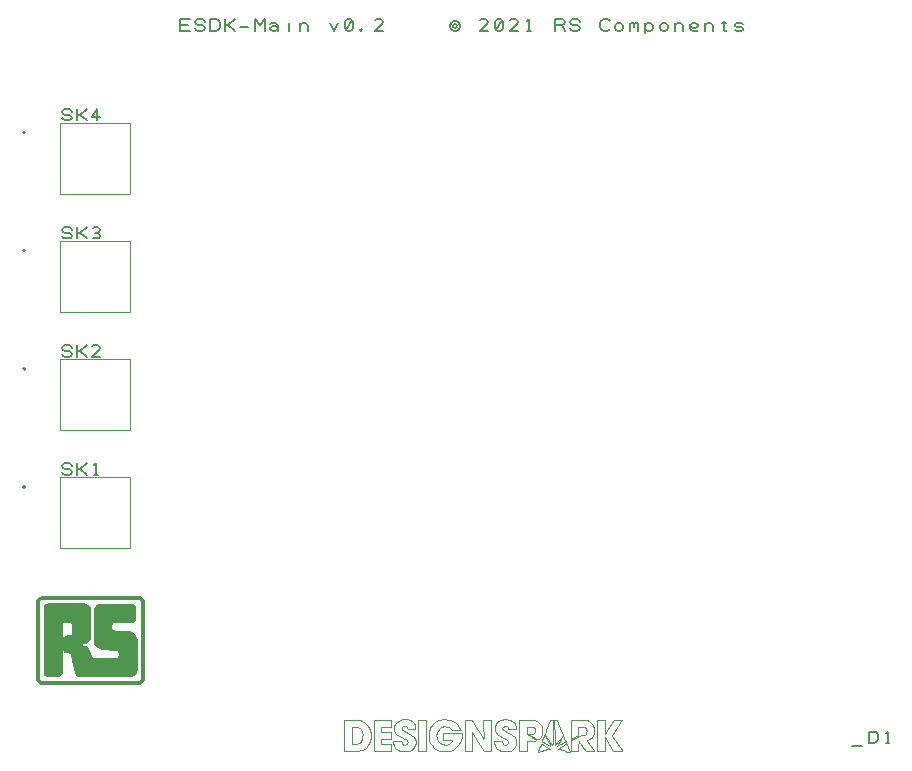
<source format=gbr>
G04 DesignSpark PCB PRO Gerber Version 10.0 Build 5299*
G04 #@! TF.Part,Single*
G04 #@! TF.FileFunction,Legend,Top*
G04 #@! TF.FilePolarity,Positive*
%FSLAX35Y35*%
%MOIN*%
%ADD109C,0.00300*%
%ADD107C,0.00394*%
%ADD106C,0.00500*%
%ADD108C,0.00787*%
%ADD110C,0.00800*%
G04 #@! TD.AperFunction*
X0Y0D02*
D02*
D106*
X21779Y33585D02*
Y55274D01*
X21854Y55818D01*
X22083Y56211D01*
X22474Y56449D01*
X23034Y56529D01*
X34722D01*
X35667Y56346D01*
X36369Y55857D01*
X36806Y55156D01*
X36957Y54333D01*
Y45744D01*
X36805Y44927D01*
X36389Y44268D01*
X35766Y43807D01*
X34996Y43586D01*
X34330Y43439D01*
X34180Y43278D01*
X34133Y42998D01*
X34176Y42780D01*
X34324Y42635D01*
X35074Y42449D01*
X35468Y42352D01*
X35810Y42140D01*
X36251Y41508D01*
X37114Y39194D01*
X37452Y38581D01*
X37815Y38372D01*
X38408Y38292D01*
X45468D01*
X46040Y38370D01*
X46458Y38596D01*
X46714Y38954D01*
X46802Y39429D01*
Y40292D01*
X46738Y40735D01*
X46527Y41101D01*
X46139Y41356D01*
X45546Y41469D01*
X41271Y41665D01*
X40168Y41950D01*
X39271Y42532D01*
X38668Y43358D01*
X38448Y44371D01*
Y53941D01*
X38610Y54993D01*
X39070Y55740D01*
X39788Y56185D01*
X40722Y56333D01*
X50763D01*
X51362Y56254D01*
X51763Y56019D01*
X51987Y55638D01*
X52057Y55117D01*
Y51901D01*
X51980Y51335D01*
X51738Y50930D01*
X51312Y50688D01*
X50684Y50607D01*
X45233D01*
X44701Y50519D01*
X44335Y50283D01*
X44124Y49945D01*
X44056Y49548D01*
Y48450D01*
X44150Y48048D01*
X44429Y47734D01*
X44883Y47523D01*
X45507Y47430D01*
X50017Y47156D01*
X50976Y46888D01*
X51748Y46278D01*
X52262Y45440D01*
X52449Y44489D01*
Y34644D01*
X52393Y34138D01*
X52237Y33707D01*
X51689Y33061D01*
X50943Y32686D01*
X50135Y32565D01*
X33976D01*
X33417Y32605D01*
X32971Y32761D01*
X32636Y33095D01*
X32407Y33664D01*
X30996Y39429D01*
X30839Y39898D01*
X30598Y40243D01*
X30174Y40455D01*
X29466Y40527D01*
X28978Y40594D01*
X28593Y40802D01*
X28341Y41156D01*
X28250Y41665D01*
Y44685D01*
X28326Y45193D01*
X28559Y45547D01*
X28962Y45755D01*
X29544Y45822D01*
X30329D01*
X30809Y45930D01*
X31138Y46219D01*
X31327Y46633D01*
X31388Y47116D01*
Y49587D01*
X31303Y50057D01*
X31059Y50401D01*
X30676Y50613D01*
X30172Y50685D01*
X27505D01*
Y33703D01*
X27386Y33161D01*
X27083Y32811D01*
X26678Y32622D01*
X26250Y32565D01*
X22994D01*
X22457Y32637D01*
X22078Y32840D01*
X21853Y33161D01*
X21779Y33585D01*
G36*
X21779Y33585D02*
Y55274D01*
X21854Y55818D01*
X22083Y56211D01*
X22474Y56449D01*
X23034Y56529D01*
X34722D01*
X35667Y56346D01*
X36369Y55857D01*
X36806Y55156D01*
X36957Y54333D01*
Y45744D01*
X36805Y44927D01*
X36389Y44268D01*
X35766Y43807D01*
X34996Y43586D01*
X34330Y43439D01*
X34180Y43278D01*
X34133Y42998D01*
X34176Y42780D01*
X34324Y42635D01*
X35074Y42449D01*
X35468Y42352D01*
X35810Y42140D01*
X36251Y41508D01*
X37114Y39194D01*
X37452Y38581D01*
X37815Y38372D01*
X38408Y38292D01*
X45468D01*
X46040Y38370D01*
X46458Y38596D01*
X46714Y38954D01*
X46802Y39429D01*
Y40292D01*
X46738Y40735D01*
X46527Y41101D01*
X46139Y41356D01*
X45546Y41469D01*
X41271Y41665D01*
X40168Y41950D01*
X39271Y42532D01*
X38668Y43358D01*
X38448Y44371D01*
Y53941D01*
X38610Y54993D01*
X39070Y55740D01*
X39788Y56185D01*
X40722Y56333D01*
X50763D01*
X51362Y56254D01*
X51763Y56019D01*
X51987Y55638D01*
X52057Y55117D01*
Y51901D01*
X51980Y51335D01*
X51738Y50930D01*
X51312Y50688D01*
X50684Y50607D01*
X45233D01*
X44701Y50519D01*
X44335Y50283D01*
X44124Y49945D01*
X44056Y49548D01*
Y48450D01*
X44150Y48048D01*
X44429Y47734D01*
X44883Y47523D01*
X45507Y47430D01*
X50017Y47156D01*
X50976Y46888D01*
X51748Y46278D01*
X52262Y45440D01*
X52449Y44489D01*
Y34644D01*
X52393Y34138D01*
X52237Y33707D01*
X51689Y33061D01*
X50943Y32686D01*
X50135Y32565D01*
X33976D01*
X33417Y32605D01*
X32971Y32761D01*
X32636Y33095D01*
X32407Y33664D01*
X30996Y39429D01*
X30839Y39898D01*
X30598Y40243D01*
X30174Y40455D01*
X29466Y40527D01*
X28978Y40594D01*
X28593Y40802D01*
X28341Y41156D01*
X28250Y41665D01*
Y44685D01*
X28326Y45193D01*
X28559Y45547D01*
X28962Y45755D01*
X29544Y45822D01*
X30329D01*
X30809Y45930D01*
X31138Y46219D01*
X31327Y46633D01*
X31388Y47116D01*
Y49587D01*
X31303Y50057D01*
X31059Y50401D01*
X30676Y50613D01*
X30172Y50685D01*
X27505D01*
Y33703D01*
X27386Y33161D01*
X27083Y32811D01*
X26678Y32622D01*
X26250Y32565D01*
X22994D01*
X22457Y32637D01*
X22078Y32840D01*
X21853Y33161D01*
X21779Y33585D01*
G37*
X27665Y100694D02*
X27978Y100069D01*
X28603Y99756D01*
X29853D01*
X30478Y100069D01*
X30791Y100694D01*
X30478Y101319D01*
X29853Y101631D01*
X28603D01*
X27978Y101944D01*
X27665Y102569D01*
X27978Y103194D01*
X28603Y103506D01*
X29853D01*
X30478Y103194D01*
X30791Y102569D01*
X32665Y99756D02*
Y103506D01*
Y101631D02*
X33603D01*
X35791Y103506D01*
X33603Y101631D02*
X35791Y99756D01*
X38291D02*
X39541D01*
X38915D02*
Y103506D01*
X38291Y102881D01*
X27665Y140064D02*
X27978Y139439D01*
X28603Y139126D01*
X29853D01*
X30478Y139439D01*
X30791Y140064D01*
X30478Y140689D01*
X29853Y141002D01*
X28603D01*
X27978Y141314D01*
X27665Y141939D01*
X27978Y142564D01*
X28603Y142876D01*
X29853D01*
X30478Y142564D01*
X30791Y141939D01*
X32665Y139126D02*
Y142876D01*
Y141002D02*
X33603D01*
X35791Y142876D01*
X33603Y141002D02*
X35791Y139126D01*
X40165D02*
X37665D01*
X39853Y141314D01*
X40165Y141939D01*
X39853Y142564D01*
X39228Y142876D01*
X38291D01*
X37665Y142564D01*
X27665Y179434D02*
X27978Y178809D01*
X28603Y178496D01*
X29853D01*
X30478Y178809D01*
X30791Y179434D01*
X30478Y180059D01*
X29853Y180372D01*
X28603D01*
X27978Y180684D01*
X27665Y181309D01*
X27978Y181934D01*
X28603Y182246D01*
X29853D01*
X30478Y181934D01*
X30791Y181309D01*
X32665Y178496D02*
Y182246D01*
Y180372D02*
X33603D01*
X35791Y182246D01*
X33603Y180372D02*
X35791Y178496D01*
X37978Y178809D02*
X38603Y178496D01*
X39228D01*
X39853Y178809D01*
X40165Y179434D01*
X39853Y180059D01*
X39228Y180372D01*
X38603D01*
X39228D02*
X39853Y180684D01*
X40165Y181309D01*
X39853Y181934D01*
X39228Y182246D01*
X38603D01*
X37978Y181934D01*
X27665Y218804D02*
X27978Y218179D01*
X28603Y217867D01*
X29853D01*
X30478Y218179D01*
X30791Y218804D01*
X30478Y219429D01*
X29853Y219742D01*
X28603D01*
X27978Y220054D01*
X27665Y220679D01*
X27978Y221304D01*
X28603Y221617D01*
X29853D01*
X30478Y221304D01*
X30791Y220679D01*
X32665Y217867D02*
Y221617D01*
Y219742D02*
X33603D01*
X35791Y221617D01*
X33603Y219742D02*
X35791Y217867D01*
X39228D02*
Y221617D01*
X37665Y219117D01*
X40165D01*
X67035Y247788D02*
Y251538D01*
X70161D01*
X69535Y249663D02*
X67035D01*
Y247788D02*
X70161D01*
X72035Y248726D02*
X72348Y248100D01*
X72973Y247788D01*
X74223D01*
X74848Y248100D01*
X75161Y248726D01*
X74848Y249350D01*
X74223Y249663D01*
X72973D01*
X72348Y249976D01*
X72035Y250600D01*
X72348Y251226D01*
X72973Y251538D01*
X74223D01*
X74848Y251226D01*
X75161Y250600D01*
X77035Y247788D02*
Y251538D01*
X78911D01*
X79535Y251226D01*
X79848Y250913D01*
X80161Y250288D01*
Y249038D01*
X79848Y248413D01*
X79535Y248100D01*
X78911Y247788D01*
X77035D01*
X82035D02*
Y251538D01*
Y249663D02*
X82973D01*
X85161Y251538D01*
X82973Y249663D02*
X85161Y247788D01*
X87035Y249038D02*
X89535D01*
X92035Y247788D02*
Y251538D01*
X93598Y249663D01*
X95161Y251538D01*
Y247788D01*
X97035Y249976D02*
X97661Y250288D01*
X98598D01*
X99223Y249976D01*
X99535Y249350D01*
Y248413D01*
X99223Y248100D01*
X98598Y247788D01*
X97973D01*
X97348Y248100D01*
X97035Y248413D01*
Y248726D01*
X97348Y249038D01*
X97973Y249350D01*
X98598D01*
X99223Y249038D01*
X99535Y248726D01*
Y248413D02*
Y247788D01*
X103285D02*
Y250288D01*
Y251226D02*
X107035Y247788D02*
Y250288D01*
Y249350D02*
X107348Y249976D01*
X107973Y250288D01*
X108598D01*
X109223Y249976D01*
X109535Y249350D01*
Y247788D01*
X117035Y250288D02*
X118285Y247788D01*
X119535Y250288D01*
X122348Y248100D02*
X122973Y247788D01*
X123598D01*
X124223Y248100D01*
X124535Y248726D01*
Y250600D01*
X124223Y251226D01*
X123598Y251538D01*
X122973D01*
X122348Y251226D01*
X122035Y250600D01*
Y248726D01*
X122348Y248100D01*
X124223Y251226D01*
X127348Y247788D02*
X127661Y248100D01*
X127348Y248413D01*
X127035Y248100D01*
X127348Y247788D01*
X134535D02*
X132035D01*
X134223Y249976D01*
X134535Y250600D01*
X134223Y251226D01*
X133598Y251538D01*
X132661D01*
X132035Y251226D01*
X157035Y249038D02*
Y249350D01*
X157348Y250288D01*
X157661Y250600D01*
X158285Y250913D01*
X158911D01*
X159535Y250600D01*
X159848Y250288D01*
X160161Y249350D01*
Y249038D01*
X159848Y248413D01*
X159535Y248100D01*
X158911Y247788D01*
X158285D01*
X157661Y248100D01*
X157348Y248413D01*
X157035Y249038D01*
X159223D02*
X158598Y248726D01*
X157973Y249038D01*
Y249663D01*
X158598Y249976D01*
X159223Y249663D01*
X169535Y247788D02*
X167035D01*
X169223Y249976D01*
X169535Y250600D01*
X169223Y251226D01*
X168598Y251538D01*
X167661D01*
X167035Y251226D01*
X172348Y248100D02*
X172973Y247788D01*
X173598D01*
X174223Y248100D01*
X174535Y248726D01*
Y250600D01*
X174223Y251226D01*
X173598Y251538D01*
X172973D01*
X172348Y251226D01*
X172035Y250600D01*
Y248726D01*
X172348Y248100D01*
X174223Y251226D01*
X179535Y247788D02*
X177035D01*
X179223Y249976D01*
X179535Y250600D01*
X179223Y251226D01*
X178598Y251538D01*
X177661D01*
X177035Y251226D01*
X182661Y247788D02*
X183911D01*
X183285D02*
Y251538D01*
X182661Y250913D01*
X192035Y247788D02*
Y251538D01*
X194223D01*
X194848Y251226D01*
X195161Y250600D01*
X194848Y249976D01*
X194223Y249663D01*
X192035D01*
X194223D02*
X195161Y247788D01*
X197035Y248726D02*
X197348Y248100D01*
X197973Y247788D01*
X199223D01*
X199848Y248100D01*
X200161Y248726D01*
X199848Y249350D01*
X199223Y249663D01*
X197973D01*
X197348Y249976D01*
X197035Y250600D01*
X197348Y251226D01*
X197973Y251538D01*
X199223D01*
X199848Y251226D01*
X200161Y250600D01*
X210161Y248413D02*
X209848Y248100D01*
X209223Y247788D01*
X208285D01*
X207661Y248100D01*
X207348Y248413D01*
X207035Y249038D01*
Y250288D01*
X207348Y250913D01*
X207661Y251226D01*
X208285Y251538D01*
X209223D01*
X209848Y251226D01*
X210161Y250913D01*
X212035Y248726D02*
X212348Y248100D01*
X212973Y247788D01*
X213598D01*
X214223Y248100D01*
X214535Y248726D01*
Y249350D01*
X214223Y249976D01*
X213598Y250288D01*
X212973D01*
X212348Y249976D01*
X212035Y249350D01*
Y248726D01*
X217035Y247788D02*
Y250288D01*
Y249976D02*
X217348Y250288D01*
X217973D01*
X218285Y249976D01*
Y249038D01*
Y249976D02*
X218598Y250288D01*
X219223D01*
X219535Y249976D01*
Y247788D01*
X222035Y250288D02*
Y246850D01*
Y248726D02*
X222348Y248100D01*
X222973Y247788D01*
X223598D01*
X224223Y248100D01*
X224535Y248726D01*
Y249350D01*
X224223Y249976D01*
X223598Y250288D01*
X222973D01*
X222348Y249976D01*
X222035Y249350D01*
Y248726D01*
X227035D02*
X227348Y248100D01*
X227973Y247788D01*
X228598D01*
X229223Y248100D01*
X229535Y248726D01*
Y249350D01*
X229223Y249976D01*
X228598Y250288D01*
X227973D01*
X227348Y249976D01*
X227035Y249350D01*
Y248726D01*
X232035Y247788D02*
Y250288D01*
Y249350D02*
X232348Y249976D01*
X232973Y250288D01*
X233598D01*
X234223Y249976D01*
X234535Y249350D01*
Y247788D01*
X239535Y248100D02*
X239223Y247788D01*
X238598D01*
X237973D01*
X237348Y248100D01*
X237035Y248726D01*
Y249663D01*
X237348Y249976D01*
X237973Y250288D01*
X238598D01*
X239223Y249976D01*
X239535Y249663D01*
Y249350D01*
X239223Y249038D01*
X238598Y248726D01*
X237973D01*
X237348Y249038D01*
X237035Y249350D01*
X242035Y247788D02*
Y250288D01*
Y249350D02*
X242348Y249976D01*
X242973Y250288D01*
X243598D01*
X244223Y249976D01*
X244535Y249350D01*
Y247788D01*
X247556Y250288D02*
X249015D01*
X248285Y250913D02*
Y248100D01*
X248598Y247788D01*
X248911D01*
X249223Y248100D01*
X252035D02*
X252661Y247788D01*
X253911D01*
X254535Y248100D01*
Y248726D01*
X253911Y249038D01*
X252661D01*
X252035Y249350D01*
Y249976D01*
X252661Y250288D01*
X253911D01*
X254535Y249976D01*
X296563Y10387D02*
Y14137D01*
X298438D01*
X299063Y13824D01*
X299375Y13512D01*
X299688Y12887D01*
Y11637D01*
X299375Y11012D01*
X299063Y10699D01*
X298438Y10387D01*
X296563D01*
X302188D02*
X303438D01*
X302813D02*
Y14137D01*
X302188Y13512D01*
D02*
D107*
X26780Y98819D02*
Y75197D01*
X50402D01*
Y98819D01*
X26780D01*
Y138189D02*
Y114567D01*
X50402D01*
Y138189D01*
X26780D01*
Y177559D02*
Y153937D01*
X50402D01*
Y177559D01*
X26780D01*
Y216929D02*
Y193307D01*
X50402D01*
Y216929D01*
X26780D01*
D02*
D108*
X14969Y95276D02*
G75*
G03*
Y96063I0J394D01*
G01*
Y95276D02*
G75*
G02*
Y96063I0J394D01*
G01*
Y134646D02*
G75*
G03*
Y135433I0J394D01*
G01*
Y134646D02*
G75*
G02*
Y135433I0J394D01*
G01*
Y174016D02*
G75*
G03*
Y174803I0J394D01*
G01*
Y174016D02*
G75*
G02*
Y174803I0J394D01*
G01*
Y213386D02*
G75*
G03*
Y214173I0J394D01*
G01*
Y213386D02*
G75*
G02*
Y214173I0J394D01*
G01*
X294397Y9252D02*
X290854D01*
D02*
D109*
X121447Y7668D02*
Y18093D01*
X124100Y18051D01*
X124456Y18045D01*
X125528Y18022D01*
X126413Y17978D01*
X126959Y17904D01*
X127269Y17817D01*
X127371Y17780D01*
X127723Y17649D01*
X128705Y17041D01*
X129672Y15954D01*
X130263Y14543D01*
X130463Y13254D01*
Y12404D01*
X130281Y11140D01*
X129732Y9785D01*
X128804Y8742D01*
X127835Y8135D01*
X127488Y7997D01*
X127387Y7957D01*
X127074Y7859D01*
X126543Y7779D01*
X125651Y7736D01*
X124528Y7713D01*
X124154Y7707D01*
X121447Y7668D01*
X126094Y10102D02*
X126277Y10152D01*
X126794Y10415D01*
X127301Y10921D01*
X127623Y11633D01*
X127754Y12328D01*
X127767Y12561D01*
X127786Y12915D01*
X127652Y13985D01*
X127123Y14988D01*
X126167Y15582D01*
X125125Y15777D01*
X124181D01*
Y9981D01*
X124920Y9982D01*
X125082D01*
X125569Y10019D01*
X126034Y10086D01*
X126094Y10102D01*
X131508Y7685D02*
Y18074D01*
X137304D01*
Y15783D01*
X135692Y15753D01*
X134079Y15722D01*
X134046Y14930D01*
X134014Y14137D01*
X137195D01*
Y11731D01*
X134015D01*
X134046Y10883D01*
X134079Y10036D01*
X135692Y10006D01*
X137304Y9975D01*
Y7685D01*
X131508D01*
X140556Y7578D02*
X140293Y7644D01*
X139551Y8013D01*
X138765Y8715D01*
X138252Y9621D01*
X138070Y10399D01*
Y11075D01*
X139559D01*
X140112Y11070D01*
X140509Y11042D01*
X140683Y10968D01*
X140739Y10865D01*
X140750Y10829D01*
X140793Y10674D01*
X141017Y10141D01*
X141303Y9843D01*
X141379Y9803D01*
X141453Y9764D01*
X141707Y9701D01*
X142022Y9723D01*
X142306Y9846D01*
X142541Y10050D01*
X142707Y10314D01*
X142787Y10617D01*
X142763Y10935D01*
X142664Y11180D01*
X142616Y11250D01*
X142594Y11281D01*
X142453Y11382D01*
X142125Y11574D01*
X141681Y11803D01*
X141296Y11984D01*
X141167Y12040D01*
X140811Y12196D01*
X139775Y12740D01*
X138881Y13435D01*
X138402Y14211D01*
X138261Y14920D01*
Y15374D01*
X138373Y16033D01*
X138719Y16774D01*
X139307Y17392D01*
X139926Y17796D01*
X140147Y17900D01*
X140249Y17948D01*
X140559Y18082D01*
X140912Y18183D01*
X141320Y18228D01*
X141754Y18237D01*
X142037D01*
X142455Y18226D01*
X142858Y18185D01*
X143190Y18100D01*
X143454Y17995D01*
X143539Y17955D01*
X143724Y17868D01*
X144245Y17528D01*
X144785Y16985D01*
X145155Y16332D01*
X145326Y15767D01*
X145352Y15574D01*
X145425Y15011D01*
X142789D01*
X142663Y15396D01*
X142626Y15507D01*
X142352Y15863D01*
X141907Y15996D01*
X141643D01*
X141296Y15848D01*
X140991Y15489D01*
X140905Y15048D01*
X141028Y14724D01*
X141105Y14655D01*
X141131Y14631D01*
X141290Y14535D01*
X141652Y14335D01*
X142140Y14083D01*
X142560Y13876D01*
X142701Y13807D01*
X143049Y13640D01*
X144066Y13071D01*
X144907Y12372D01*
X145332Y11585D01*
X145448Y10833D01*
Y10583D01*
X145448Y10345D01*
X145339Y9634D01*
X145009Y8857D01*
X144449Y8236D01*
X143863Y7854D01*
X143653Y7759D01*
X143511Y7697D01*
X143029Y7600D01*
X142156Y7507D01*
X141257Y7496D01*
X140725Y7535D01*
X140556Y7578D01*
X146163Y7685D02*
Y18074D01*
X148897D01*
Y7685D01*
X146163D01*
X153720Y7639D02*
X153446Y7713D01*
X152659Y8054D01*
X151717Y8683D01*
X150919Y9508D01*
X150422Y10240D01*
X150293Y10500D01*
X150226Y10636D01*
X150035Y11046D01*
X149891Y11463D01*
X149822Y11919D01*
X149794Y12414D01*
X149789Y12578D01*
X149779Y12818D01*
X149800Y13535D01*
X149918Y14348D01*
X150158Y15069D01*
X150426Y15590D01*
X150532Y15753D01*
X150870Y16274D01*
X152387Y17513D01*
X154753Y18246D01*
X157230Y17920D01*
X158979Y16959D01*
X159422Y16502D01*
X159514Y16407D01*
X159756Y16084D01*
X160105Y15541D01*
X160378Y15025D01*
X160489Y14772D01*
Y14667D01*
X160104Y14604D01*
X159289Y14574D01*
X157548D01*
X157259Y14952D01*
X157137Y15112D01*
X156635Y15489D01*
X155813Y15808D01*
X154924Y15883D01*
X154282Y15770D01*
X154092Y15682D01*
X153960Y15623D01*
X153600Y15373D01*
X153154Y14932D01*
X152790Y14409D01*
X152594Y13997D01*
X152553Y13852D01*
X152487Y13626D01*
X152424Y12904D01*
X152552Y11950D01*
X152909Y11087D01*
X153305Y10555D01*
X153470Y10417D01*
X153670Y10252D01*
X154408Y9918D01*
X155451Y9804D01*
X156462Y10065D01*
X157132Y10497D01*
X157301Y10689D01*
X157383Y10784D01*
X157611Y11089D01*
X157581Y11302D01*
X157113Y11388D01*
X156363Y11403D01*
X154584D01*
Y13590D01*
X160817D01*
Y12489D01*
X160523Y11137D01*
X159702Y9574D01*
X158439Y8369D01*
X157244Y7744D01*
X156822Y7633D01*
X156647Y7589D01*
X156110Y7517D01*
X155266Y7480D01*
X154423Y7520D01*
X153891Y7593D01*
X153720Y7639D01*
X161802Y7685D02*
Y18081D01*
X162971Y18050D01*
X164139Y18019D01*
X166083Y14861D01*
X166272Y14553D01*
X166842Y13630D01*
X167476Y12611D01*
X167916Y11911D01*
X168087Y11645D01*
X168097Y11635D01*
X168119Y11866D01*
X168124Y12543D01*
X168113Y13563D01*
X168096Y14506D01*
X168089Y14820D01*
X168009Y18074D01*
X170550D01*
Y7678D01*
X168199Y7739D01*
X166285Y10795D01*
X164371Y13852D01*
X164313Y7685D01*
X161802D01*
X174313Y7572D02*
X174031Y7633D01*
X173221Y7986D01*
X172379Y8678D01*
X171836Y9589D01*
X171644Y10390D01*
Y11075D01*
X174241D01*
X174310Y10648D01*
X174325Y10552D01*
X174443Y10275D01*
X174692Y9957D01*
X175013Y9737D01*
X175275Y9653D01*
X175442D01*
X175681Y9735D01*
X175962Y9897D01*
X176010Y9936D01*
X176077Y9994D01*
X176279Y10249D01*
X176346Y10551D01*
Y10749D01*
X176285Y11039D01*
X176050Y11357D01*
X175566Y11673D01*
X174963Y11962D01*
X174760Y12051D01*
X174441Y12190D01*
X173511Y12663D01*
X172662Y13254D01*
X172137Y13898D01*
X171898Y14467D01*
X171857Y14663D01*
X171819Y14839D01*
X171800Y15386D01*
X171942Y16075D01*
X172276Y16716D01*
X172654Y17165D01*
X172800Y17293D01*
X173058Y17520D01*
X174022Y17990D01*
X175439Y18226D01*
X176828Y18000D01*
X177739Y17537D01*
X177973Y17309D01*
X178115Y17172D01*
X178587Y16521D01*
X178813Y15783D01*
X178831Y15601D01*
X178893Y15011D01*
X176396D01*
X176180Y15476D01*
X176139Y15562D01*
X175935Y15859D01*
X175684Y16017D01*
X175621Y16035D01*
X175504Y16068D01*
X175114Y16032D01*
X174688Y15794D01*
X174433Y15401D01*
X174400Y15041D01*
X174437Y14937D01*
X174454Y14887D01*
X174554Y14749D01*
X174830Y14532D01*
X175340Y14236D01*
X175957Y13913D01*
X176165Y13809D01*
X176537Y13621D01*
X177624Y12984D01*
X178495Y12226D01*
X178896Y11383D01*
X178963Y10576D01*
X178945Y10309D01*
X178937Y10204D01*
X178844Y9670D01*
X178697Y9212D01*
X178664Y9145D01*
X178605Y9031D01*
X178372Y8713D01*
X177972Y8310D01*
X177506Y7972D01*
X177144Y7781D01*
X177017Y7736D01*
X176876Y7687D01*
X176431Y7603D01*
X175678Y7525D01*
X174919Y7511D01*
X174460Y7541D01*
X174313Y7572D01*
X180065Y7685D02*
Y18099D01*
X182608Y18050D01*
X182952Y18043D01*
X183985Y18017D01*
X184833Y17970D01*
X185358Y17891D01*
X185663Y17800D01*
X185763Y17761D01*
X185951Y17689D01*
X186768Y17121D01*
X187396Y16304D01*
X187490Y16105D01*
X187530Y16020D01*
X187636Y15760D01*
X187723Y15435D01*
X187763Y15048D01*
X187773Y14651D01*
Y14519D01*
X187772Y14389D01*
X187760Y13994D01*
X187717Y13605D01*
X187631Y13275D01*
X187526Y13012D01*
X187487Y12927D01*
X187430Y12806D01*
X187215Y12464D01*
X186863Y12005D01*
X186518Y11654D01*
X186332Y11513D01*
X186228D01*
X186099Y11580D01*
X185710Y11761D01*
X185160Y12031D01*
X184671Y12277D01*
X184510Y12359D01*
X182854Y13207D01*
X183769Y13266D01*
X183897Y13275D01*
X184281Y13309D01*
X184596Y13370D01*
X184803Y13483D01*
X184954Y13627D01*
X184999Y13678D01*
X185060Y13747D01*
X185248Y14057D01*
X185314Y14394D01*
Y14652D01*
X185202Y15088D01*
X184851Y15481D01*
X184232Y15706D01*
X183547Y15777D01*
X183318D01*
X182580Y15778D01*
Y13204D01*
X184160Y12222D01*
X184310Y12128D01*
X184765Y11843D01*
X185196Y11556D01*
X185448Y11349D01*
X185517Y11206D01*
X185402Y11114D01*
X185098Y11057D01*
X184605Y11021D01*
X184090Y10999D01*
X183919Y10991D01*
X182580Y10939D01*
Y7685D01*
X180065D01*
X186223Y7603D02*
X186243Y7652D01*
X186450Y8159D01*
X186732Y8854D01*
X186790Y8996D01*
X186848Y9139D01*
X187111Y9758D01*
X187278Y10116D01*
X187290Y10127D01*
X187300Y10140D01*
X187429Y10094D01*
X187752Y9936D01*
X188209Y9678D01*
X188619Y9431D01*
X188754Y9346D01*
X190139Y8471D01*
X189777Y8358D01*
X189658Y8320D01*
X189301Y8209D01*
X188741Y8036D01*
X188141Y7852D01*
X187547Y7671D01*
X187004Y7507D01*
X186555Y7372D01*
X186248Y7281D01*
X186155Y7247D01*
X186125D01*
X186133Y7352D01*
X186203Y7555D01*
X186223Y7603D01*
X189005Y10042D02*
X188869Y10111D01*
X188464Y10328D01*
X188019Y10583D01*
X187720Y10779D01*
X187610Y10861D01*
Y10971D01*
X187722Y11218D01*
X188026Y12013D01*
X188475Y13155D01*
X188885Y14183D01*
X189024Y14523D01*
X190439Y18019D01*
X190896Y18053D01*
X191354Y18087D01*
X191275Y14335D01*
X191266Y13964D01*
X191237Y12846D01*
X191198Y11565D01*
X191158Y10629D01*
X191135Y10230D01*
X191125Y10173D01*
X191056Y9764D01*
X189964Y11139D01*
X189856Y11274D01*
X189532Y11678D01*
X189162Y12130D01*
X188894Y12446D01*
X188782Y12571D01*
X188768Y12580D01*
X188816Y12404D01*
X189022Y11991D01*
X189080Y11886D01*
X189230Y11614D01*
X189680Y10792D01*
X190113Y9989D01*
X190368Y9496D01*
X190437Y9331D01*
X190432Y9332D01*
X190312Y9389D01*
X190001Y9542D01*
X189549Y9769D01*
X189141Y9974D01*
X189005Y10042D01*
X193093Y10282D02*
X193157Y10399D01*
X193541Y11090D01*
X193908Y11743D01*
X193964Y11841D01*
X194019Y11939D01*
X194236Y12356D01*
X194330Y12591D01*
X194319Y12603D01*
X194249D01*
X194245Y12597D01*
X194239Y12591D01*
X194139Y12465D01*
X193880Y12141D01*
X193506Y11672D01*
X193169Y11248D01*
X193056Y11107D01*
X191904Y9664D01*
X191833Y12857D01*
X191826Y13187D01*
X191800Y14177D01*
X191763Y15410D01*
X191728Y16418D01*
X191705Y16923D01*
X191696Y17062D01*
X191631Y18074D01*
X192594D01*
X194054Y14461D01*
X194194Y14111D01*
X194616Y13056D01*
X195071Y11898D01*
X195372Y11110D01*
X195477Y10815D01*
X195472Y10810D01*
X195453Y10793D01*
X195333Y10731D01*
X195014Y10565D01*
X194575Y10344D01*
X194077Y10096D01*
X193578Y9852D01*
X193141Y9639D01*
X192824Y9491D01*
X192723Y9434D01*
X192690D01*
X192781Y9684D01*
X193028Y10166D01*
X193093Y10282D01*
X194906Y7845D02*
X194726Y7902D01*
X194188Y8074D01*
X193595Y8267D01*
X193186Y8406D01*
X193031Y8463D01*
X193025Y8468D01*
X193115Y8552D01*
X193395Y8750D01*
X193820Y9032D01*
X194216Y9285D01*
X194348Y9367D01*
X194481Y9450D01*
X194881Y9697D01*
X195324Y9962D01*
X195630Y10133D01*
X195747Y10191D01*
X195753Y10184D01*
X195770Y10166D01*
X195821Y10045D01*
X195961Y9723D01*
X196147Y9277D01*
X196355Y8771D01*
X196559Y8264D01*
X196735Y7815D01*
X196859Y7489D01*
X196906Y7378D01*
Y7325D01*
X196881Y7275D01*
X196676Y7302D01*
X196084Y7476D01*
X195200Y7754D01*
X194906Y7845D01*
X197235Y7685D02*
Y11168D01*
X198585Y11996D01*
X198776Y12115D01*
X199357Y12462D01*
X199841Y12710D01*
X200203Y12807D01*
X200509Y12824D01*
X200758D01*
X201200Y12871D01*
X201613Y12961D01*
X201665Y12982D01*
X201792Y13035D01*
X202123Y13324D01*
X202403Y13837D01*
X202476Y14433D01*
X202381Y14893D01*
X202312Y15025D01*
X202251Y15144D01*
X201650Y15576D01*
X200716Y15775D01*
X200488D01*
X199750Y15777D01*
Y12935D01*
X198549Y12333D01*
X198431Y12274D01*
X198078Y12100D01*
X197683Y11908D01*
X197408Y11779D01*
X197320Y11731D01*
X197285D01*
X197269Y11983D01*
X197251Y12666D01*
X197239Y13678D01*
X197235Y14606D01*
Y18097D01*
X199722Y18048D01*
X200143Y18040D01*
X201407Y17991D01*
X202484Y17874D01*
X203186Y17651D01*
X203613Y17385D01*
X203741Y17280D01*
X204001Y17066D01*
X204586Y16187D01*
X204954Y14829D01*
X204825Y13423D01*
X204400Y12449D01*
X204182Y12190D01*
X204112Y12107D01*
X203857Y11897D01*
X203419Y11607D01*
X202979Y11383D01*
X202733Y11294D01*
X202609D01*
X202484Y11208D01*
Y11137D01*
X202587Y11006D01*
X202870Y10620D01*
X203286Y10077D01*
X203668Y9594D01*
X203797Y9434D01*
X203924Y9276D01*
X204306Y8797D01*
X204722Y8265D01*
X205004Y7895D01*
X205108Y7782D01*
Y7734D01*
X204681Y7702D01*
X203912Y7685D01*
X202203D01*
X201079Y9268D01*
X200968Y9424D01*
X200633Y9888D01*
X200254Y10405D01*
X199980Y10766D01*
X199867Y10906D01*
X199853Y10915D01*
X199778Y10511D01*
X199750Y9626D01*
Y7685D01*
X197235D01*
X205874Y7684D02*
Y18074D01*
X208495D01*
X208524Y15709D01*
X208554Y13343D01*
X210030Y15706D01*
X211507Y18069D01*
X212846Y18071D01*
X213030Y18072D01*
X213792Y18057D01*
X214186Y18028D01*
Y17963D01*
X214052Y17796D01*
X213689Y17235D01*
X213152Y16418D01*
X212661Y15677D01*
X212496Y15430D01*
X210807Y12896D01*
X211002Y12615D01*
X211029Y12576D01*
X211199Y12333D01*
X211590Y11773D01*
X212119Y11017D01*
X212576Y10363D01*
X212728Y10146D01*
X212878Y9931D01*
X213328Y9286D01*
X213831Y8561D01*
X214186Y8048D01*
X214326Y7841D01*
X214338Y7822D01*
X214342Y7813D01*
X214306Y7756D01*
X214087Y7714D01*
X213636Y7691D01*
X213089Y7685D01*
X211396D01*
X208554Y12211D01*
X208524Y9948D01*
X208495Y7684D01*
X205874D01*
D02*
D110*
X52724Y29927D02*
X53598Y30104D01*
X54312Y30585D01*
X54793Y31299D01*
X54970Y32173D01*
Y56804D01*
X54793Y57678D01*
X54312Y58392D01*
X53598Y58874D01*
X52724Y59050D01*
X21504D01*
X20630Y58874D01*
X19916Y58392D01*
X19434Y57678D01*
X19258Y56804D01*
Y32173D01*
X19434Y31299D01*
X19916Y30585D01*
X20630Y30104D01*
X21504Y29927D01*
X52724D01*
X54277Y56804D02*
X54155Y57409D01*
X53822Y57902D01*
X53328Y58235D01*
X52724Y58357D01*
X21504D01*
X20900Y58235D01*
X20406Y57902D01*
X20073Y57409D01*
X19951Y56804D01*
Y32174D01*
X20073Y31569D01*
X20406Y31076D01*
X20900Y30743D01*
X21504Y30621D01*
X52724D01*
X53328Y30743D01*
X53822Y31076D01*
X54155Y31569D01*
X54277Y32174D01*
Y56804D01*
X0Y0D02*
M02*

</source>
